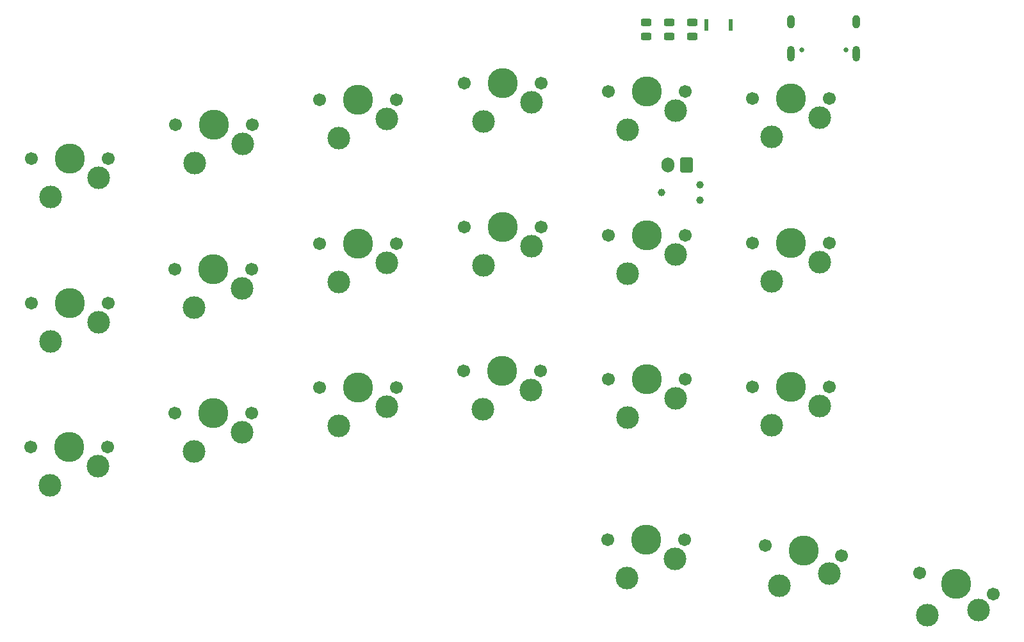
<source format=gts>
%TF.GenerationSoftware,KiCad,Pcbnew,7.99.0-1450-gc37332bdb3*%
%TF.CreationDate,2023-08-19T09:53:15+01:00*%
%TF.ProjectId,benboard,62656e62-6f61-4726-942e-6b696361645f,rev?*%
%TF.SameCoordinates,Original*%
%TF.FileFunction,Soldermask,Top*%
%TF.FilePolarity,Negative*%
%FSLAX46Y46*%
G04 Gerber Fmt 4.6, Leading zero omitted, Abs format (unit mm)*
G04 Created by KiCad (PCBNEW 7.99.0-1450-gc37332bdb3) date 2023-08-19 09:53:15*
%MOMM*%
%LPD*%
G01*
G04 APERTURE LIST*
G04 Aperture macros list*
%AMRoundRect*
0 Rectangle with rounded corners*
0 $1 Rounding radius*
0 $2 $3 $4 $5 $6 $7 $8 $9 X,Y pos of 4 corners*
0 Add a 4 corners polygon primitive as box body*
4,1,4,$2,$3,$4,$5,$6,$7,$8,$9,$2,$3,0*
0 Add four circle primitives for the rounded corners*
1,1,$1+$1,$2,$3*
1,1,$1+$1,$4,$5*
1,1,$1+$1,$6,$7*
1,1,$1+$1,$8,$9*
0 Add four rect primitives between the rounded corners*
20,1,$1+$1,$2,$3,$4,$5,0*
20,1,$1+$1,$4,$5,$6,$7,0*
20,1,$1+$1,$6,$7,$8,$9,0*
20,1,$1+$1,$8,$9,$2,$3,0*%
G04 Aperture macros list end*
%ADD10C,1.701800*%
%ADD11C,3.000000*%
%ADD12C,3.987800*%
%ADD13RoundRect,0.243750X-0.456250X0.243750X-0.456250X-0.243750X0.456250X-0.243750X0.456250X0.243750X0*%
%ADD14RoundRect,0.250000X0.600000X0.750000X-0.600000X0.750000X-0.600000X-0.750000X0.600000X-0.750000X0*%
%ADD15O,1.700000X2.000000*%
%ADD16R,0.550000X1.500000*%
%ADD17C,0.990600*%
%ADD18C,0.650000*%
%ADD19O,1.000000X1.800000*%
%ADD20O,1.000000X2.100000*%
G04 APERTURE END LIST*
D10*
%TO.C,SW16*%
X173201483Y-54964220D03*
D11*
X171931483Y-57504220D03*
D12*
X168121483Y-54964220D03*
D11*
X165581483Y-60044220D03*
D10*
X163041483Y-54964220D03*
%TD*%
%TO.C,SW6*%
X96880000Y-96600000D03*
D11*
X95610000Y-99140000D03*
D12*
X91800000Y-96600000D03*
D11*
X89260000Y-101680000D03*
D10*
X86720000Y-96600000D03*
%TD*%
%TO.C,SW8*%
X115998494Y-74184805D03*
D11*
X114728494Y-76724805D03*
D12*
X110918494Y-74184805D03*
D11*
X108378494Y-79264805D03*
D10*
X105838494Y-74184805D03*
%TD*%
%TO.C,SW5*%
X96879895Y-77541207D03*
D11*
X95609895Y-80081207D03*
D12*
X91799895Y-77541207D03*
D11*
X89259895Y-82621207D03*
D10*
X86719895Y-77541207D03*
%TD*%
%TO.C,SW18*%
X173196830Y-93114347D03*
D11*
X171926830Y-95654347D03*
D12*
X168116830Y-93114347D03*
D11*
X165576830Y-98194347D03*
D10*
X163036830Y-93114347D03*
%TD*%
%TO.C,SW10*%
X135069237Y-52890911D03*
D11*
X133799237Y-55430911D03*
D12*
X129989237Y-52890911D03*
D11*
X127449237Y-57970911D03*
D10*
X124909237Y-52890911D03*
%TD*%
D13*
%TO.C,D2*%
X152030000Y-44852500D03*
X152030000Y-46727500D03*
%TD*%
D10*
%TO.C,SW4*%
X96884653Y-58449873D03*
D11*
X95614653Y-60989873D03*
D12*
X91804653Y-58449873D03*
D11*
X89264653Y-63529873D03*
D10*
X86724653Y-58449873D03*
%TD*%
%TO.C,SW14*%
X154137663Y-73100569D03*
D11*
X152867663Y-75640569D03*
D12*
X149057663Y-73100569D03*
D11*
X146517663Y-78180569D03*
D10*
X143977663Y-73100569D03*
%TD*%
D14*
%TO.C,J4*%
X154330000Y-63750000D03*
D15*
X151830000Y-63750000D03*
%TD*%
D16*
%TO.C,SW22*%
X160185000Y-45190000D03*
X156935000Y-45190000D03*
%TD*%
D10*
%TO.C,SW9*%
X115998599Y-93243598D03*
D11*
X114728599Y-95783598D03*
D12*
X110918599Y-93243598D03*
D11*
X108378599Y-98323598D03*
D10*
X105838599Y-93243598D03*
%TD*%
%TO.C,SW7*%
X116003252Y-55093471D03*
D11*
X114733252Y-57633471D03*
D12*
X110923252Y-55093471D03*
D11*
X108383252Y-60173471D03*
D10*
X105843252Y-55093471D03*
%TD*%
%TO.C,SW11*%
X135070000Y-71982245D03*
D11*
X133800000Y-74522245D03*
D12*
X129990000Y-71982245D03*
D11*
X127450000Y-77062245D03*
D10*
X124910000Y-71982245D03*
%TD*%
%TO.C,SW19*%
X154115000Y-113400000D03*
D11*
X152845000Y-115940000D03*
D12*
X149035000Y-113400000D03*
D11*
X146495000Y-118480000D03*
D10*
X143955000Y-113400000D03*
%TD*%
%TO.C,SW2*%
X77845000Y-82000000D03*
D11*
X76575000Y-84540000D03*
D12*
X72765000Y-82000000D03*
D11*
X70225000Y-87080000D03*
D10*
X67685000Y-82000000D03*
%TD*%
D13*
%TO.C,D3*%
X148990000Y-44852500D03*
X148990000Y-46727500D03*
%TD*%
D10*
%TO.C,SW15*%
X154137731Y-92151836D03*
D11*
X152867731Y-94691836D03*
D12*
X149057731Y-92151836D03*
D11*
X146517731Y-97231836D03*
D10*
X143977731Y-92151836D03*
%TD*%
%TO.C,SW21*%
X194883208Y-120600237D03*
D11*
X192962287Y-122691782D03*
D12*
X189999999Y-119199999D03*
D11*
X186158157Y-123383090D03*
D10*
X185116790Y-117799761D03*
%TD*%
%TO.C,SW1*%
X77835000Y-62860000D03*
D11*
X76565000Y-65400000D03*
D12*
X72755000Y-62860000D03*
D11*
X70215000Y-67940000D03*
D10*
X67675000Y-62860000D03*
%TD*%
%TO.C,SW20*%
X174830562Y-115506999D03*
D11*
X173219422Y-117845530D03*
D12*
X169800000Y-114800000D03*
D11*
X166577720Y-119477062D03*
D10*
X164769438Y-114093001D03*
%TD*%
%TO.C,SW3*%
X77800000Y-101060000D03*
D11*
X76530000Y-103600000D03*
D12*
X72720000Y-101060000D03*
D11*
X70180000Y-106140000D03*
D10*
X67640000Y-101060000D03*
%TD*%
%TO.C,SW12*%
X135064584Y-91041038D03*
D11*
X133794584Y-93581038D03*
D12*
X129984584Y-91041038D03*
D11*
X127444584Y-96121038D03*
D10*
X124904584Y-91041038D03*
%TD*%
D13*
%TO.C,D1*%
X155070000Y-44852500D03*
X155070000Y-46727500D03*
%TD*%
D10*
%TO.C,SW13*%
X154142421Y-54009235D03*
D11*
X152872421Y-56549235D03*
D12*
X149062421Y-54009235D03*
D11*
X146522421Y-59089235D03*
D10*
X143982421Y-54009235D03*
%TD*%
%TO.C,SW17*%
X173196725Y-74055554D03*
D11*
X171926725Y-76595554D03*
D12*
X168116725Y-74055554D03*
D11*
X165576725Y-79135554D03*
D10*
X163036725Y-74055554D03*
%TD*%
D17*
%TO.C,J3*%
X151030000Y-67400000D03*
X156110000Y-66384000D03*
X156110000Y-68416000D03*
%TD*%
D18*
%TO.C,J1*%
X169590000Y-48470000D03*
X175370000Y-48470000D03*
D19*
X168160000Y-44790000D03*
D20*
X168160000Y-48990000D03*
D19*
X176800000Y-44790000D03*
D20*
X176800000Y-48990000D03*
%TD*%
M02*

</source>
